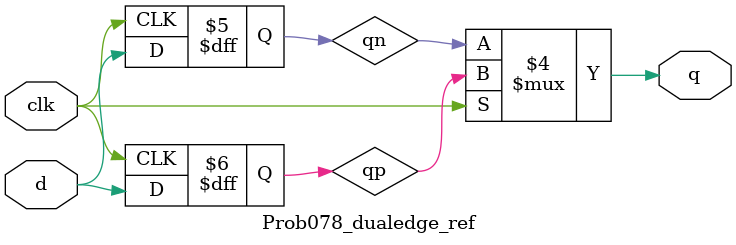
<source format=sv>

module Prob078_dualedge_ref (
  input clk,
  input d,
  output reg q
);

  /*always @(posedge clk, negedge clk) begin
    q <= d;
  end*/

  reg qp, qn;
  always @(posedge clk)
    qp <= d;
  always @(negedge clk)
    qn <= d;

  // This causes q to change too early when clk changes. Need delay by
  // delta cycle
  // assign q = clk ? qp : qn;
  always @(*)
    q <= clk ? qp : qn;

endmodule


</source>
